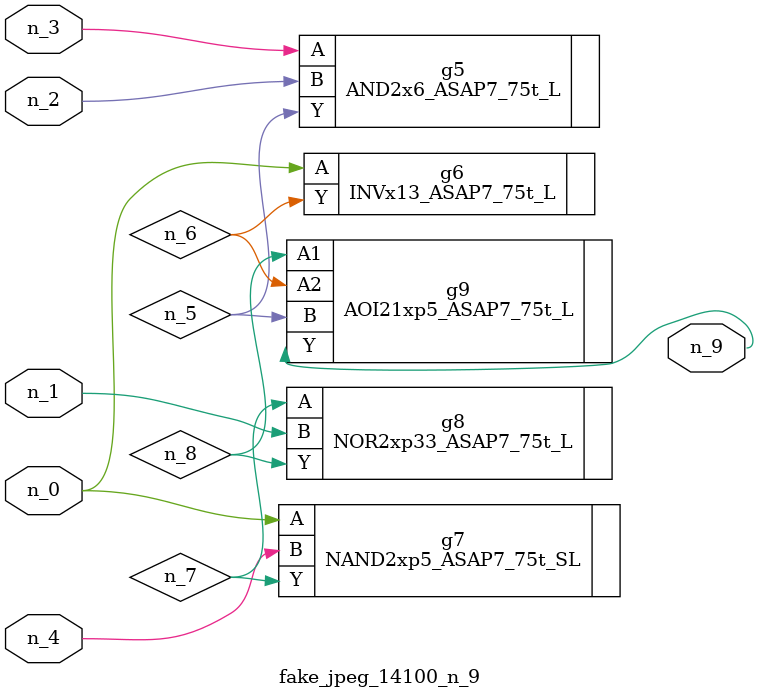
<source format=v>
module fake_jpeg_14100_n_9 (n_3, n_2, n_1, n_0, n_4, n_9);

input n_3;
input n_2;
input n_1;
input n_0;
input n_4;

output n_9;

wire n_8;
wire n_6;
wire n_5;
wire n_7;

AND2x6_ASAP7_75t_L g5 ( 
.A(n_3),
.B(n_2),
.Y(n_5)
);

INVx13_ASAP7_75t_L g6 ( 
.A(n_0),
.Y(n_6)
);

NAND2xp5_ASAP7_75t_SL g7 ( 
.A(n_0),
.B(n_4),
.Y(n_7)
);

NOR2xp33_ASAP7_75t_L g8 ( 
.A(n_7),
.B(n_1),
.Y(n_8)
);

AOI21xp5_ASAP7_75t_L g9 ( 
.A1(n_8),
.A2(n_6),
.B(n_5),
.Y(n_9)
);


endmodule
</source>
